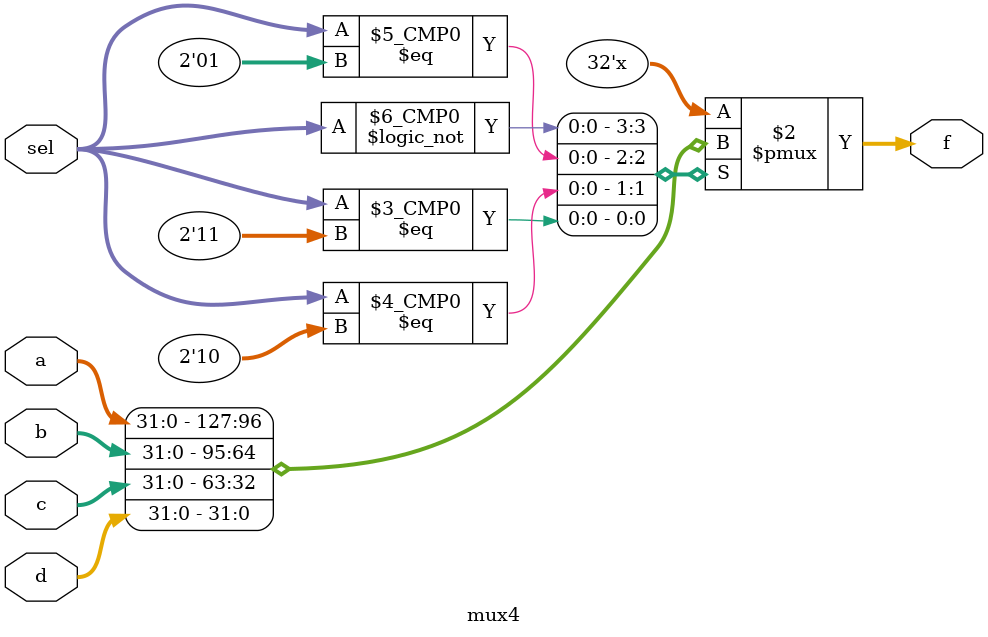
<source format=sv>
module mux4 #(parameter width = 32)
(
    input [1:0] sel,
    input [width-1:0] a, b, c, d,
    output logic [width-1:0] f
);

always_comb begin
    case(sel)
        2'b00: f = a;
        2'b01: f = b;
        2'b10: f = c;
        2'b11: f = d;
    endcase
end

endmodule : mux4

</source>
